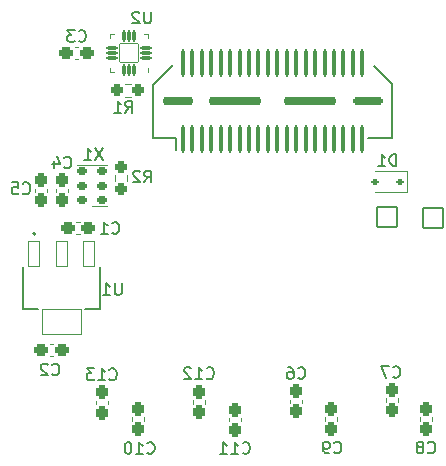
<source format=gbr>
%TF.GenerationSoftware,KiCad,Pcbnew,7.0.1*%
%TF.CreationDate,2023-09-03T17:39:20-04:00*%
%TF.ProjectId,syzygy-breakout-flash-LVL,73797a79-6779-42d6-9272-65616b6f7574,r1.0*%
%TF.SameCoordinates,PX66851e0PY4d70380*%
%TF.FileFunction,Legend,Bot*%
%TF.FilePolarity,Positive*%
%FSLAX46Y46*%
G04 Gerber Fmt 4.6, Leading zero omitted, Abs format (unit mm)*
G04 Created by KiCad (PCBNEW 7.0.1) date 2023-09-03 17:39:20*
%MOMM*%
%LPD*%
G01*
G04 APERTURE LIST*
G04 Aperture macros list*
%AMRoundRect*
0 Rectangle with rounded corners*
0 $1 Rounding radius*
0 $2 $3 $4 $5 $6 $7 $8 $9 X,Y pos of 4 corners*
0 Add a 4 corners polygon primitive as box body*
4,1,4,$2,$3,$4,$5,$6,$7,$8,$9,$2,$3,0*
0 Add four circle primitives for the rounded corners*
1,1,$1+$1,$2,$3*
1,1,$1+$1,$4,$5*
1,1,$1+$1,$6,$7*
1,1,$1+$1,$8,$9*
0 Add four rect primitives between the rounded corners*
20,1,$1+$1,$2,$3,$4,$5,0*
20,1,$1+$1,$4,$5,$6,$7,0*
20,1,$1+$1,$6,$7,$8,$9,0*
20,1,$1+$1,$8,$9,$2,$3,0*%
%AMFreePoly0*
4,1,27,0.394441,0.171933,0.429796,0.157288,0.457288,0.129796,0.471933,0.094441,0.475800,0.075000,0.475800,0.045711,0.471933,0.026270,0.457288,-0.009085,0.446276,-0.025565,0.325565,-0.146276,0.309085,-0.157288,0.273730,-0.171933,0.254289,-0.175800,-0.375000,-0.175800,-0.394441,-0.171933,-0.429796,-0.157288,-0.457288,-0.129796,-0.471933,-0.094441,-0.475800,-0.075000,-0.475800,0.075000,
-0.471933,0.094441,-0.457288,0.129796,-0.429796,0.157288,-0.394441,0.171933,-0.375000,0.175800,0.375000,0.175800,0.394441,0.171933,0.394441,0.171933,$1*%
%AMFreePoly1*
4,1,27,0.273730,0.171933,0.309085,0.157288,0.325565,0.146276,0.446276,0.025565,0.457288,0.009085,0.471933,-0.026270,0.475800,-0.045711,0.475800,-0.075000,0.471933,-0.094441,0.457288,-0.129796,0.429796,-0.157288,0.394441,-0.171933,0.375000,-0.175800,-0.375000,-0.175800,-0.394441,-0.171933,-0.429796,-0.157288,-0.457288,-0.129796,-0.471933,-0.094441,-0.475800,-0.075000,-0.475800,0.075000,
-0.471933,0.094441,-0.457288,0.129796,-0.429796,0.157288,-0.394441,0.171933,-0.375000,0.175800,0.254289,0.175800,0.273730,0.171933,0.273730,0.171933,$1*%
%AMFreePoly2*
4,1,27,0.094441,0.471933,0.129796,0.457288,0.157288,0.429796,0.171933,0.394441,0.175800,0.375000,0.175800,-0.375000,0.171933,-0.394441,0.157288,-0.429796,0.129796,-0.457288,0.094441,-0.471933,0.075000,-0.475800,0.045711,-0.475800,0.026270,-0.471933,-0.009085,-0.457288,-0.025565,-0.446276,-0.146276,-0.325565,-0.157288,-0.309085,-0.171933,-0.273730,-0.175800,-0.254289,-0.175800,0.375000,
-0.171933,0.394441,-0.157288,0.429796,-0.129796,0.457288,-0.094441,0.471933,-0.075000,0.475800,0.075000,0.475800,0.094441,0.471933,0.094441,0.471933,$1*%
%AMFreePoly3*
4,1,27,0.094441,0.471933,0.129796,0.457288,0.157288,0.429796,0.171933,0.394441,0.175800,0.375000,0.175800,-0.254289,0.171933,-0.273730,0.157288,-0.309085,0.146276,-0.325565,0.025565,-0.446276,0.009085,-0.457288,-0.026270,-0.471933,-0.045711,-0.475800,-0.075000,-0.475800,-0.094441,-0.471933,-0.129796,-0.457288,-0.157288,-0.429796,-0.171933,-0.394441,-0.175800,-0.375000,-0.175800,0.375000,
-0.171933,0.394441,-0.157288,0.429796,-0.129796,0.457288,-0.094441,0.471933,-0.075000,0.475800,0.075000,0.475800,0.094441,0.471933,0.094441,0.471933,$1*%
%AMFreePoly4*
4,1,27,0.394441,0.171933,0.429796,0.157288,0.457288,0.129796,0.471933,0.094441,0.475800,0.075000,0.475800,-0.075000,0.471933,-0.094441,0.457288,-0.129796,0.429796,-0.157288,0.394441,-0.171933,0.375000,-0.175800,-0.375000,-0.175800,-0.394441,-0.171933,-0.429796,-0.157288,-0.457288,-0.129796,-0.471933,-0.094441,-0.475800,-0.075000,-0.475800,-0.045711,-0.471933,-0.026271,-0.457288,0.009085,
-0.446276,0.025566,-0.325564,0.146276,-0.309084,0.157288,-0.273730,0.171933,-0.254289,0.175800,0.375000,0.175800,0.394441,0.171933,0.394441,0.171933,$1*%
%AMFreePoly5*
4,1,27,0.394441,0.171933,0.429796,0.157288,0.457288,0.129796,0.471933,0.094441,0.475800,0.075000,0.475800,-0.075000,0.471933,-0.094441,0.457288,-0.129796,0.429796,-0.157288,0.394441,-0.171933,0.375000,-0.175800,-0.254289,-0.175800,-0.273730,-0.171933,-0.309085,-0.157288,-0.325565,-0.146276,-0.446276,-0.025565,-0.457288,-0.009085,-0.471933,0.026270,-0.475800,0.045711,-0.475800,0.075000,
-0.471933,0.094441,-0.457288,0.129796,-0.429796,0.157288,-0.394441,0.171933,-0.375000,0.175800,0.375000,0.175800,0.394441,0.171933,0.394441,0.171933,$1*%
%AMFreePoly6*
4,1,27,-0.026270,0.471933,0.009085,0.457288,0.025565,0.446276,0.146276,0.325565,0.157288,0.309085,0.171933,0.273730,0.175800,0.254289,0.175800,-0.375000,0.171933,-0.394441,0.157288,-0.429796,0.129796,-0.457288,0.094441,-0.471933,0.075000,-0.475800,-0.075000,-0.475800,-0.094441,-0.471933,-0.129796,-0.457288,-0.157288,-0.429796,-0.171933,-0.394441,-0.175800,-0.375000,-0.175800,0.375000,
-0.171933,0.394441,-0.157288,0.429796,-0.129796,0.457288,-0.094441,0.471933,-0.075000,0.475800,-0.045711,0.475800,-0.026270,0.471933,-0.026270,0.471933,$1*%
%AMFreePoly7*
4,1,27,0.094441,0.471933,0.129796,0.457288,0.157288,0.429796,0.171933,0.394441,0.175800,0.375000,0.175800,-0.375000,0.171933,-0.394441,0.157288,-0.429796,0.129796,-0.457288,0.094441,-0.471933,0.075000,-0.475800,-0.075000,-0.475800,-0.094441,-0.471933,-0.129796,-0.457288,-0.157288,-0.429796,-0.171933,-0.394441,-0.175800,-0.375000,-0.175800,0.254289,-0.171933,0.273730,-0.157288,0.309085,
-0.146276,0.325565,-0.025565,0.446276,-0.009085,0.457288,0.026270,0.471933,0.045711,0.475800,0.075000,0.475800,0.094441,0.471933,0.094441,0.471933,$1*%
G04 Aperture macros list end*
%ADD10C,0.150000*%
%ADD11C,0.200000*%
%ADD12C,0.120000*%
%ADD13C,0.127000*%
%ADD14RoundRect,0.050800X-0.850000X-0.850000X0.850000X-0.850000X0.850000X0.850000X-0.850000X0.850000X0*%
%ADD15O,1.801600X1.801600*%
%ADD16RoundRect,0.050800X0.850000X0.850000X-0.850000X0.850000X-0.850000X-0.850000X0.850000X-0.850000X0*%
%ADD17C,6.301600*%
%ADD18C,1.051600*%
%ADD19RoundRect,0.110800X0.090000X1.040000X-0.090000X1.040000X-0.090000X-1.040000X0.090000X-1.040000X0*%
%ADD20RoundRect,0.150800X-1.100000X0.150000X-1.100000X-0.150000X1.100000X-0.150000X1.100000X0.150000X0*%
%ADD21RoundRect,0.150800X-2.075000X0.150000X-2.075000X-0.150000X2.075000X-0.150000X2.075000X0.150000X0*%
%ADD22RoundRect,0.150800X-1.150000X0.150000X-1.150000X-0.150000X1.150000X-0.150000X1.150000X0.150000X0*%
%ADD23RoundRect,0.288300X0.237500X-0.300000X0.237500X0.300000X-0.237500X0.300000X-0.237500X-0.300000X0*%
%ADD24RoundRect,0.288300X-0.237500X0.300000X-0.237500X-0.300000X0.237500X-0.300000X0.237500X0.300000X0*%
%ADD25RoundRect,0.288300X-0.250000X-0.237500X0.250000X-0.237500X0.250000X0.237500X-0.250000X0.237500X0*%
%ADD26RoundRect,0.163300X0.187500X0.112500X-0.187500X0.112500X-0.187500X-0.112500X0.187500X-0.112500X0*%
%ADD27RoundRect,0.288300X-0.300000X-0.237500X0.300000X-0.237500X0.300000X0.237500X-0.300000X0.237500X0*%
%ADD28RoundRect,0.200800X-0.250000X-0.150000X0.250000X-0.150000X0.250000X0.150000X-0.250000X0.150000X0*%
%ADD29RoundRect,0.288300X0.300000X0.237500X-0.300000X0.237500X-0.300000X-0.237500X0.300000X-0.237500X0*%
%ADD30RoundRect,0.050800X-0.475000X-1.075000X0.475000X-1.075000X0.475000X1.075000X-0.475000X1.075000X0*%
%ADD31RoundRect,0.050800X-1.625000X-1.075000X1.625000X-1.075000X1.625000X1.075000X-1.625000X1.075000X0*%
%ADD32RoundRect,0.288300X0.237500X-0.250000X0.237500X0.250000X-0.237500X0.250000X-0.237500X-0.250000X0*%
%ADD33FreePoly0,90.000000*%
%ADD34RoundRect,0.113300X0.062500X-0.362500X0.062500X0.362500X-0.062500X0.362500X-0.062500X-0.362500X0*%
%ADD35FreePoly1,90.000000*%
%ADD36FreePoly2,90.000000*%
%ADD37RoundRect,0.113300X0.362500X-0.062500X0.362500X0.062500X-0.362500X0.062500X-0.362500X-0.062500X0*%
%ADD38FreePoly3,90.000000*%
%ADD39FreePoly4,90.000000*%
%ADD40FreePoly5,90.000000*%
%ADD41FreePoly6,90.000000*%
%ADD42FreePoly7,90.000000*%
%ADD43RoundRect,0.050800X0.800000X-0.800000X0.800000X0.800000X-0.800000X0.800000X-0.800000X-0.800000X0*%
G04 APERTURE END LIST*
D10*
X1327866Y-17058980D02*
X1375485Y-17106600D01*
X1375485Y-17106600D02*
X1518342Y-17154219D01*
X1518342Y-17154219D02*
X1613580Y-17154219D01*
X1613580Y-17154219D02*
X1756437Y-17106600D01*
X1756437Y-17106600D02*
X1851675Y-17011361D01*
X1851675Y-17011361D02*
X1899294Y-16916123D01*
X1899294Y-16916123D02*
X1946913Y-16725647D01*
X1946913Y-16725647D02*
X1946913Y-16582790D01*
X1946913Y-16582790D02*
X1899294Y-16392314D01*
X1899294Y-16392314D02*
X1851675Y-16297076D01*
X1851675Y-16297076D02*
X1756437Y-16201838D01*
X1756437Y-16201838D02*
X1613580Y-16154219D01*
X1613580Y-16154219D02*
X1518342Y-16154219D01*
X1518342Y-16154219D02*
X1375485Y-16201838D01*
X1375485Y-16201838D02*
X1327866Y-16249457D01*
X423104Y-16154219D02*
X899294Y-16154219D01*
X899294Y-16154219D02*
X946913Y-16630409D01*
X946913Y-16630409D02*
X899294Y-16582790D01*
X899294Y-16582790D02*
X804056Y-16535171D01*
X804056Y-16535171D02*
X565961Y-16535171D01*
X565961Y-16535171D02*
X470723Y-16582790D01*
X470723Y-16582790D02*
X423104Y-16630409D01*
X423104Y-16630409D02*
X375485Y-16725647D01*
X375485Y-16725647D02*
X375485Y-16963742D01*
X375485Y-16963742D02*
X423104Y-17058980D01*
X423104Y-17058980D02*
X470723Y-17106600D01*
X470723Y-17106600D02*
X565961Y-17154219D01*
X565961Y-17154219D02*
X804056Y-17154219D01*
X804056Y-17154219D02*
X899294Y-17106600D01*
X899294Y-17106600D02*
X946913Y-17058980D01*
X16894457Y-32716580D02*
X16942076Y-32764200D01*
X16942076Y-32764200D02*
X17084933Y-32811819D01*
X17084933Y-32811819D02*
X17180171Y-32811819D01*
X17180171Y-32811819D02*
X17323028Y-32764200D01*
X17323028Y-32764200D02*
X17418266Y-32668961D01*
X17418266Y-32668961D02*
X17465885Y-32573723D01*
X17465885Y-32573723D02*
X17513504Y-32383247D01*
X17513504Y-32383247D02*
X17513504Y-32240390D01*
X17513504Y-32240390D02*
X17465885Y-32049914D01*
X17465885Y-32049914D02*
X17418266Y-31954676D01*
X17418266Y-31954676D02*
X17323028Y-31859438D01*
X17323028Y-31859438D02*
X17180171Y-31811819D01*
X17180171Y-31811819D02*
X17084933Y-31811819D01*
X17084933Y-31811819D02*
X16942076Y-31859438D01*
X16942076Y-31859438D02*
X16894457Y-31907057D01*
X15942076Y-32811819D02*
X16513504Y-32811819D01*
X16227790Y-32811819D02*
X16227790Y-31811819D01*
X16227790Y-31811819D02*
X16323028Y-31954676D01*
X16323028Y-31954676D02*
X16418266Y-32049914D01*
X16418266Y-32049914D02*
X16513504Y-32097533D01*
X15561123Y-31907057D02*
X15513504Y-31859438D01*
X15513504Y-31859438D02*
X15418266Y-31811819D01*
X15418266Y-31811819D02*
X15180171Y-31811819D01*
X15180171Y-31811819D02*
X15084933Y-31859438D01*
X15084933Y-31859438D02*
X15037314Y-31907057D01*
X15037314Y-31907057D02*
X14989695Y-32002295D01*
X14989695Y-32002295D02*
X14989695Y-32097533D01*
X14989695Y-32097533D02*
X15037314Y-32240390D01*
X15037314Y-32240390D02*
X15608742Y-32811819D01*
X15608742Y-32811819D02*
X14989695Y-32811819D01*
X10014666Y-10256619D02*
X10347999Y-9780428D01*
X10586094Y-10256619D02*
X10586094Y-9256619D01*
X10586094Y-9256619D02*
X10205142Y-9256619D01*
X10205142Y-9256619D02*
X10109904Y-9304238D01*
X10109904Y-9304238D02*
X10062285Y-9351857D01*
X10062285Y-9351857D02*
X10014666Y-9447095D01*
X10014666Y-9447095D02*
X10014666Y-9589952D01*
X10014666Y-9589952D02*
X10062285Y-9685190D01*
X10062285Y-9685190D02*
X10109904Y-9732809D01*
X10109904Y-9732809D02*
X10205142Y-9780428D01*
X10205142Y-9780428D02*
X10586094Y-9780428D01*
X9062285Y-10256619D02*
X9633713Y-10256619D01*
X9347999Y-10256619D02*
X9347999Y-9256619D01*
X9347999Y-9256619D02*
X9443237Y-9399476D01*
X9443237Y-9399476D02*
X9538475Y-9494714D01*
X9538475Y-9494714D02*
X9633713Y-9542333D01*
X32938094Y-14766619D02*
X32938094Y-13766619D01*
X32938094Y-13766619D02*
X32699999Y-13766619D01*
X32699999Y-13766619D02*
X32557142Y-13814238D01*
X32557142Y-13814238D02*
X32461904Y-13909476D01*
X32461904Y-13909476D02*
X32414285Y-14004714D01*
X32414285Y-14004714D02*
X32366666Y-14195190D01*
X32366666Y-14195190D02*
X32366666Y-14338047D01*
X32366666Y-14338047D02*
X32414285Y-14528523D01*
X32414285Y-14528523D02*
X32461904Y-14623761D01*
X32461904Y-14623761D02*
X32557142Y-14719000D01*
X32557142Y-14719000D02*
X32699999Y-14766619D01*
X32699999Y-14766619D02*
X32938094Y-14766619D01*
X31414285Y-14766619D02*
X31985713Y-14766619D01*
X31699999Y-14766619D02*
X31699999Y-13766619D01*
X31699999Y-13766619D02*
X31795237Y-13909476D01*
X31795237Y-13909476D02*
X31890475Y-14004714D01*
X31890475Y-14004714D02*
X31985713Y-14052333D01*
X8897066Y-20411780D02*
X8944685Y-20459400D01*
X8944685Y-20459400D02*
X9087542Y-20507019D01*
X9087542Y-20507019D02*
X9182780Y-20507019D01*
X9182780Y-20507019D02*
X9325637Y-20459400D01*
X9325637Y-20459400D02*
X9420875Y-20364161D01*
X9420875Y-20364161D02*
X9468494Y-20268923D01*
X9468494Y-20268923D02*
X9516113Y-20078447D01*
X9516113Y-20078447D02*
X9516113Y-19935590D01*
X9516113Y-19935590D02*
X9468494Y-19745114D01*
X9468494Y-19745114D02*
X9420875Y-19649876D01*
X9420875Y-19649876D02*
X9325637Y-19554638D01*
X9325637Y-19554638D02*
X9182780Y-19507019D01*
X9182780Y-19507019D02*
X9087542Y-19507019D01*
X9087542Y-19507019D02*
X8944685Y-19554638D01*
X8944685Y-19554638D02*
X8897066Y-19602257D01*
X7944685Y-20507019D02*
X8516113Y-20507019D01*
X8230399Y-20507019D02*
X8230399Y-19507019D01*
X8230399Y-19507019D02*
X8325637Y-19649876D01*
X8325637Y-19649876D02*
X8420875Y-19745114D01*
X8420875Y-19745114D02*
X8516113Y-19792733D01*
X4833066Y-14874580D02*
X4880685Y-14922200D01*
X4880685Y-14922200D02*
X5023542Y-14969819D01*
X5023542Y-14969819D02*
X5118780Y-14969819D01*
X5118780Y-14969819D02*
X5261637Y-14922200D01*
X5261637Y-14922200D02*
X5356875Y-14826961D01*
X5356875Y-14826961D02*
X5404494Y-14731723D01*
X5404494Y-14731723D02*
X5452113Y-14541247D01*
X5452113Y-14541247D02*
X5452113Y-14398390D01*
X5452113Y-14398390D02*
X5404494Y-14207914D01*
X5404494Y-14207914D02*
X5356875Y-14112676D01*
X5356875Y-14112676D02*
X5261637Y-14017438D01*
X5261637Y-14017438D02*
X5118780Y-13969819D01*
X5118780Y-13969819D02*
X5023542Y-13969819D01*
X5023542Y-13969819D02*
X4880685Y-14017438D01*
X4880685Y-14017438D02*
X4833066Y-14065057D01*
X3975923Y-14303152D02*
X3975923Y-14969819D01*
X4214018Y-13922200D02*
X4452113Y-14636485D01*
X4452113Y-14636485D02*
X3833066Y-14636485D01*
X8120323Y-13284019D02*
X7453657Y-14284019D01*
X7453657Y-13284019D02*
X8120323Y-14284019D01*
X6548895Y-14284019D02*
X7120323Y-14284019D01*
X6834609Y-14284019D02*
X6834609Y-13284019D01*
X6834609Y-13284019D02*
X6929847Y-13426876D01*
X6929847Y-13426876D02*
X7025085Y-13522114D01*
X7025085Y-13522114D02*
X7120323Y-13569733D01*
X27693066Y-39004580D02*
X27740685Y-39052200D01*
X27740685Y-39052200D02*
X27883542Y-39099819D01*
X27883542Y-39099819D02*
X27978780Y-39099819D01*
X27978780Y-39099819D02*
X28121637Y-39052200D01*
X28121637Y-39052200D02*
X28216875Y-38956961D01*
X28216875Y-38956961D02*
X28264494Y-38861723D01*
X28264494Y-38861723D02*
X28312113Y-38671247D01*
X28312113Y-38671247D02*
X28312113Y-38528390D01*
X28312113Y-38528390D02*
X28264494Y-38337914D01*
X28264494Y-38337914D02*
X28216875Y-38242676D01*
X28216875Y-38242676D02*
X28121637Y-38147438D01*
X28121637Y-38147438D02*
X27978780Y-38099819D01*
X27978780Y-38099819D02*
X27883542Y-38099819D01*
X27883542Y-38099819D02*
X27740685Y-38147438D01*
X27740685Y-38147438D02*
X27693066Y-38195057D01*
X27216875Y-39099819D02*
X27026399Y-39099819D01*
X27026399Y-39099819D02*
X26931161Y-39052200D01*
X26931161Y-39052200D02*
X26883542Y-39004580D01*
X26883542Y-39004580D02*
X26788304Y-38861723D01*
X26788304Y-38861723D02*
X26740685Y-38671247D01*
X26740685Y-38671247D02*
X26740685Y-38290295D01*
X26740685Y-38290295D02*
X26788304Y-38195057D01*
X26788304Y-38195057D02*
X26835923Y-38147438D01*
X26835923Y-38147438D02*
X26931161Y-38099819D01*
X26931161Y-38099819D02*
X27121637Y-38099819D01*
X27121637Y-38099819D02*
X27216875Y-38147438D01*
X27216875Y-38147438D02*
X27264494Y-38195057D01*
X27264494Y-38195057D02*
X27312113Y-38290295D01*
X27312113Y-38290295D02*
X27312113Y-38528390D01*
X27312113Y-38528390D02*
X27264494Y-38623628D01*
X27264494Y-38623628D02*
X27216875Y-38671247D01*
X27216875Y-38671247D02*
X27121637Y-38718866D01*
X27121637Y-38718866D02*
X26931161Y-38718866D01*
X26931161Y-38718866D02*
X26835923Y-38671247D01*
X26835923Y-38671247D02*
X26788304Y-38623628D01*
X26788304Y-38623628D02*
X26740685Y-38528390D01*
X24645066Y-32705380D02*
X24692685Y-32753000D01*
X24692685Y-32753000D02*
X24835542Y-32800619D01*
X24835542Y-32800619D02*
X24930780Y-32800619D01*
X24930780Y-32800619D02*
X25073637Y-32753000D01*
X25073637Y-32753000D02*
X25168875Y-32657761D01*
X25168875Y-32657761D02*
X25216494Y-32562523D01*
X25216494Y-32562523D02*
X25264113Y-32372047D01*
X25264113Y-32372047D02*
X25264113Y-32229190D01*
X25264113Y-32229190D02*
X25216494Y-32038714D01*
X25216494Y-32038714D02*
X25168875Y-31943476D01*
X25168875Y-31943476D02*
X25073637Y-31848238D01*
X25073637Y-31848238D02*
X24930780Y-31800619D01*
X24930780Y-31800619D02*
X24835542Y-31800619D01*
X24835542Y-31800619D02*
X24692685Y-31848238D01*
X24692685Y-31848238D02*
X24645066Y-31895857D01*
X23787923Y-31800619D02*
X23978399Y-31800619D01*
X23978399Y-31800619D02*
X24073637Y-31848238D01*
X24073637Y-31848238D02*
X24121256Y-31895857D01*
X24121256Y-31895857D02*
X24216494Y-32038714D01*
X24216494Y-32038714D02*
X24264113Y-32229190D01*
X24264113Y-32229190D02*
X24264113Y-32610142D01*
X24264113Y-32610142D02*
X24216494Y-32705380D01*
X24216494Y-32705380D02*
X24168875Y-32753000D01*
X24168875Y-32753000D02*
X24073637Y-32800619D01*
X24073637Y-32800619D02*
X23883161Y-32800619D01*
X23883161Y-32800619D02*
X23787923Y-32753000D01*
X23787923Y-32753000D02*
X23740304Y-32705380D01*
X23740304Y-32705380D02*
X23692685Y-32610142D01*
X23692685Y-32610142D02*
X23692685Y-32372047D01*
X23692685Y-32372047D02*
X23740304Y-32276809D01*
X23740304Y-32276809D02*
X23787923Y-32229190D01*
X23787923Y-32229190D02*
X23883161Y-32181571D01*
X23883161Y-32181571D02*
X24073637Y-32181571D01*
X24073637Y-32181571D02*
X24168875Y-32229190D01*
X24168875Y-32229190D02*
X24216494Y-32276809D01*
X24216494Y-32276809D02*
X24264113Y-32372047D01*
X35617866Y-39005680D02*
X35665485Y-39053300D01*
X35665485Y-39053300D02*
X35808342Y-39100919D01*
X35808342Y-39100919D02*
X35903580Y-39100919D01*
X35903580Y-39100919D02*
X36046437Y-39053300D01*
X36046437Y-39053300D02*
X36141675Y-38958061D01*
X36141675Y-38958061D02*
X36189294Y-38862823D01*
X36189294Y-38862823D02*
X36236913Y-38672347D01*
X36236913Y-38672347D02*
X36236913Y-38529490D01*
X36236913Y-38529490D02*
X36189294Y-38339014D01*
X36189294Y-38339014D02*
X36141675Y-38243776D01*
X36141675Y-38243776D02*
X36046437Y-38148538D01*
X36046437Y-38148538D02*
X35903580Y-38100919D01*
X35903580Y-38100919D02*
X35808342Y-38100919D01*
X35808342Y-38100919D02*
X35665485Y-38148538D01*
X35665485Y-38148538D02*
X35617866Y-38196157D01*
X35046437Y-38529490D02*
X35141675Y-38481871D01*
X35141675Y-38481871D02*
X35189294Y-38434252D01*
X35189294Y-38434252D02*
X35236913Y-38339014D01*
X35236913Y-38339014D02*
X35236913Y-38291395D01*
X35236913Y-38291395D02*
X35189294Y-38196157D01*
X35189294Y-38196157D02*
X35141675Y-38148538D01*
X35141675Y-38148538D02*
X35046437Y-38100919D01*
X35046437Y-38100919D02*
X34855961Y-38100919D01*
X34855961Y-38100919D02*
X34760723Y-38148538D01*
X34760723Y-38148538D02*
X34713104Y-38196157D01*
X34713104Y-38196157D02*
X34665485Y-38291395D01*
X34665485Y-38291395D02*
X34665485Y-38339014D01*
X34665485Y-38339014D02*
X34713104Y-38434252D01*
X34713104Y-38434252D02*
X34760723Y-38481871D01*
X34760723Y-38481871D02*
X34855961Y-38529490D01*
X34855961Y-38529490D02*
X35046437Y-38529490D01*
X35046437Y-38529490D02*
X35141675Y-38577109D01*
X35141675Y-38577109D02*
X35189294Y-38624728D01*
X35189294Y-38624728D02*
X35236913Y-38719966D01*
X35236913Y-38719966D02*
X35236913Y-38910442D01*
X35236913Y-38910442D02*
X35189294Y-39005680D01*
X35189294Y-39005680D02*
X35141675Y-39053300D01*
X35141675Y-39053300D02*
X35046437Y-39100919D01*
X35046437Y-39100919D02*
X34855961Y-39100919D01*
X34855961Y-39100919D02*
X34760723Y-39053300D01*
X34760723Y-39053300D02*
X34713104Y-39005680D01*
X34713104Y-39005680D02*
X34665485Y-38910442D01*
X34665485Y-38910442D02*
X34665485Y-38719966D01*
X34665485Y-38719966D02*
X34713104Y-38624728D01*
X34713104Y-38624728D02*
X34760723Y-38577109D01*
X34760723Y-38577109D02*
X34855961Y-38529490D01*
X11862457Y-39055380D02*
X11910076Y-39103000D01*
X11910076Y-39103000D02*
X12052933Y-39150619D01*
X12052933Y-39150619D02*
X12148171Y-39150619D01*
X12148171Y-39150619D02*
X12291028Y-39103000D01*
X12291028Y-39103000D02*
X12386266Y-39007761D01*
X12386266Y-39007761D02*
X12433885Y-38912523D01*
X12433885Y-38912523D02*
X12481504Y-38722047D01*
X12481504Y-38722047D02*
X12481504Y-38579190D01*
X12481504Y-38579190D02*
X12433885Y-38388714D01*
X12433885Y-38388714D02*
X12386266Y-38293476D01*
X12386266Y-38293476D02*
X12291028Y-38198238D01*
X12291028Y-38198238D02*
X12148171Y-38150619D01*
X12148171Y-38150619D02*
X12052933Y-38150619D01*
X12052933Y-38150619D02*
X11910076Y-38198238D01*
X11910076Y-38198238D02*
X11862457Y-38245857D01*
X10910076Y-39150619D02*
X11481504Y-39150619D01*
X11195790Y-39150619D02*
X11195790Y-38150619D01*
X11195790Y-38150619D02*
X11291028Y-38293476D01*
X11291028Y-38293476D02*
X11386266Y-38388714D01*
X11386266Y-38388714D02*
X11481504Y-38436333D01*
X10291028Y-38150619D02*
X10195790Y-38150619D01*
X10195790Y-38150619D02*
X10100552Y-38198238D01*
X10100552Y-38198238D02*
X10052933Y-38245857D01*
X10052933Y-38245857D02*
X10005314Y-38341095D01*
X10005314Y-38341095D02*
X9957695Y-38531571D01*
X9957695Y-38531571D02*
X9957695Y-38769666D01*
X9957695Y-38769666D02*
X10005314Y-38960142D01*
X10005314Y-38960142D02*
X10052933Y-39055380D01*
X10052933Y-39055380D02*
X10100552Y-39103000D01*
X10100552Y-39103000D02*
X10195790Y-39150619D01*
X10195790Y-39150619D02*
X10291028Y-39150619D01*
X10291028Y-39150619D02*
X10386266Y-39103000D01*
X10386266Y-39103000D02*
X10433885Y-39055380D01*
X10433885Y-39055380D02*
X10481504Y-38960142D01*
X10481504Y-38960142D02*
X10529123Y-38769666D01*
X10529123Y-38769666D02*
X10529123Y-38531571D01*
X10529123Y-38531571D02*
X10481504Y-38341095D01*
X10481504Y-38341095D02*
X10433885Y-38245857D01*
X10433885Y-38245857D02*
X10386266Y-38198238D01*
X10386266Y-38198238D02*
X10291028Y-38150619D01*
X3817066Y-32400580D02*
X3864685Y-32448200D01*
X3864685Y-32448200D02*
X4007542Y-32495819D01*
X4007542Y-32495819D02*
X4102780Y-32495819D01*
X4102780Y-32495819D02*
X4245637Y-32448200D01*
X4245637Y-32448200D02*
X4340875Y-32352961D01*
X4340875Y-32352961D02*
X4388494Y-32257723D01*
X4388494Y-32257723D02*
X4436113Y-32067247D01*
X4436113Y-32067247D02*
X4436113Y-31924390D01*
X4436113Y-31924390D02*
X4388494Y-31733914D01*
X4388494Y-31733914D02*
X4340875Y-31638676D01*
X4340875Y-31638676D02*
X4245637Y-31543438D01*
X4245637Y-31543438D02*
X4102780Y-31495819D01*
X4102780Y-31495819D02*
X4007542Y-31495819D01*
X4007542Y-31495819D02*
X3864685Y-31543438D01*
X3864685Y-31543438D02*
X3817066Y-31591057D01*
X3436113Y-31591057D02*
X3388494Y-31543438D01*
X3388494Y-31543438D02*
X3293256Y-31495819D01*
X3293256Y-31495819D02*
X3055161Y-31495819D01*
X3055161Y-31495819D02*
X2959923Y-31543438D01*
X2959923Y-31543438D02*
X2912304Y-31591057D01*
X2912304Y-31591057D02*
X2864685Y-31686295D01*
X2864685Y-31686295D02*
X2864685Y-31781533D01*
X2864685Y-31781533D02*
X2912304Y-31924390D01*
X2912304Y-31924390D02*
X3483732Y-32495819D01*
X3483732Y-32495819D02*
X2864685Y-32495819D01*
X6050266Y-4170780D02*
X6097885Y-4218400D01*
X6097885Y-4218400D02*
X6240742Y-4266019D01*
X6240742Y-4266019D02*
X6335980Y-4266019D01*
X6335980Y-4266019D02*
X6478837Y-4218400D01*
X6478837Y-4218400D02*
X6574075Y-4123161D01*
X6574075Y-4123161D02*
X6621694Y-4027923D01*
X6621694Y-4027923D02*
X6669313Y-3837447D01*
X6669313Y-3837447D02*
X6669313Y-3694590D01*
X6669313Y-3694590D02*
X6621694Y-3504114D01*
X6621694Y-3504114D02*
X6574075Y-3408876D01*
X6574075Y-3408876D02*
X6478837Y-3313638D01*
X6478837Y-3313638D02*
X6335980Y-3266019D01*
X6335980Y-3266019D02*
X6240742Y-3266019D01*
X6240742Y-3266019D02*
X6097885Y-3313638D01*
X6097885Y-3313638D02*
X6050266Y-3361257D01*
X5716932Y-3266019D02*
X5097885Y-3266019D01*
X5097885Y-3266019D02*
X5431218Y-3646971D01*
X5431218Y-3646971D02*
X5288361Y-3646971D01*
X5288361Y-3646971D02*
X5193123Y-3694590D01*
X5193123Y-3694590D02*
X5145504Y-3742209D01*
X5145504Y-3742209D02*
X5097885Y-3837447D01*
X5097885Y-3837447D02*
X5097885Y-4075542D01*
X5097885Y-4075542D02*
X5145504Y-4170780D01*
X5145504Y-4170780D02*
X5193123Y-4218400D01*
X5193123Y-4218400D02*
X5288361Y-4266019D01*
X5288361Y-4266019D02*
X5574075Y-4266019D01*
X5574075Y-4266019D02*
X5669313Y-4218400D01*
X5669313Y-4218400D02*
X5716932Y-4170780D01*
X9695504Y-24688619D02*
X9695504Y-25498142D01*
X9695504Y-25498142D02*
X9647885Y-25593380D01*
X9647885Y-25593380D02*
X9600266Y-25641000D01*
X9600266Y-25641000D02*
X9505028Y-25688619D01*
X9505028Y-25688619D02*
X9314552Y-25688619D01*
X9314552Y-25688619D02*
X9219314Y-25641000D01*
X9219314Y-25641000D02*
X9171695Y-25593380D01*
X9171695Y-25593380D02*
X9124076Y-25498142D01*
X9124076Y-25498142D02*
X9124076Y-24688619D01*
X8124076Y-25688619D02*
X8695504Y-25688619D01*
X8409790Y-25688619D02*
X8409790Y-24688619D01*
X8409790Y-24688619D02*
X8505028Y-24831476D01*
X8505028Y-24831476D02*
X8600266Y-24926714D01*
X8600266Y-24926714D02*
X8695504Y-24974333D01*
X19939657Y-39055380D02*
X19987276Y-39103000D01*
X19987276Y-39103000D02*
X20130133Y-39150619D01*
X20130133Y-39150619D02*
X20225371Y-39150619D01*
X20225371Y-39150619D02*
X20368228Y-39103000D01*
X20368228Y-39103000D02*
X20463466Y-39007761D01*
X20463466Y-39007761D02*
X20511085Y-38912523D01*
X20511085Y-38912523D02*
X20558704Y-38722047D01*
X20558704Y-38722047D02*
X20558704Y-38579190D01*
X20558704Y-38579190D02*
X20511085Y-38388714D01*
X20511085Y-38388714D02*
X20463466Y-38293476D01*
X20463466Y-38293476D02*
X20368228Y-38198238D01*
X20368228Y-38198238D02*
X20225371Y-38150619D01*
X20225371Y-38150619D02*
X20130133Y-38150619D01*
X20130133Y-38150619D02*
X19987276Y-38198238D01*
X19987276Y-38198238D02*
X19939657Y-38245857D01*
X18987276Y-39150619D02*
X19558704Y-39150619D01*
X19272990Y-39150619D02*
X19272990Y-38150619D01*
X19272990Y-38150619D02*
X19368228Y-38293476D01*
X19368228Y-38293476D02*
X19463466Y-38388714D01*
X19463466Y-38388714D02*
X19558704Y-38436333D01*
X18034895Y-39150619D02*
X18606323Y-39150619D01*
X18320609Y-39150619D02*
X18320609Y-38150619D01*
X18320609Y-38150619D02*
X18415847Y-38293476D01*
X18415847Y-38293476D02*
X18511085Y-38388714D01*
X18511085Y-38388714D02*
X18606323Y-38436333D01*
X8662057Y-32806980D02*
X8709676Y-32854600D01*
X8709676Y-32854600D02*
X8852533Y-32902219D01*
X8852533Y-32902219D02*
X8947771Y-32902219D01*
X8947771Y-32902219D02*
X9090628Y-32854600D01*
X9090628Y-32854600D02*
X9185866Y-32759361D01*
X9185866Y-32759361D02*
X9233485Y-32664123D01*
X9233485Y-32664123D02*
X9281104Y-32473647D01*
X9281104Y-32473647D02*
X9281104Y-32330790D01*
X9281104Y-32330790D02*
X9233485Y-32140314D01*
X9233485Y-32140314D02*
X9185866Y-32045076D01*
X9185866Y-32045076D02*
X9090628Y-31949838D01*
X9090628Y-31949838D02*
X8947771Y-31902219D01*
X8947771Y-31902219D02*
X8852533Y-31902219D01*
X8852533Y-31902219D02*
X8709676Y-31949838D01*
X8709676Y-31949838D02*
X8662057Y-31997457D01*
X7709676Y-32902219D02*
X8281104Y-32902219D01*
X7995390Y-32902219D02*
X7995390Y-31902219D01*
X7995390Y-31902219D02*
X8090628Y-32045076D01*
X8090628Y-32045076D02*
X8185866Y-32140314D01*
X8185866Y-32140314D02*
X8281104Y-32187933D01*
X7376342Y-31902219D02*
X6757295Y-31902219D01*
X6757295Y-31902219D02*
X7090628Y-32283171D01*
X7090628Y-32283171D02*
X6947771Y-32283171D01*
X6947771Y-32283171D02*
X6852533Y-32330790D01*
X6852533Y-32330790D02*
X6804914Y-32378409D01*
X6804914Y-32378409D02*
X6757295Y-32473647D01*
X6757295Y-32473647D02*
X6757295Y-32711742D01*
X6757295Y-32711742D02*
X6804914Y-32806980D01*
X6804914Y-32806980D02*
X6852533Y-32854600D01*
X6852533Y-32854600D02*
X6947771Y-32902219D01*
X6947771Y-32902219D02*
X7233485Y-32902219D01*
X7233485Y-32902219D02*
X7328723Y-32854600D01*
X7328723Y-32854600D02*
X7376342Y-32806980D01*
X11617637Y-16159819D02*
X11950970Y-15683628D01*
X12189065Y-16159819D02*
X12189065Y-15159819D01*
X12189065Y-15159819D02*
X11808113Y-15159819D01*
X11808113Y-15159819D02*
X11712875Y-15207438D01*
X11712875Y-15207438D02*
X11665256Y-15255057D01*
X11665256Y-15255057D02*
X11617637Y-15350295D01*
X11617637Y-15350295D02*
X11617637Y-15493152D01*
X11617637Y-15493152D02*
X11665256Y-15588390D01*
X11665256Y-15588390D02*
X11712875Y-15636009D01*
X11712875Y-15636009D02*
X11808113Y-15683628D01*
X11808113Y-15683628D02*
X12189065Y-15683628D01*
X11236684Y-15255057D02*
X11189065Y-15207438D01*
X11189065Y-15207438D02*
X11093827Y-15159819D01*
X11093827Y-15159819D02*
X10855732Y-15159819D01*
X10855732Y-15159819D02*
X10760494Y-15207438D01*
X10760494Y-15207438D02*
X10712875Y-15255057D01*
X10712875Y-15255057D02*
X10665256Y-15350295D01*
X10665256Y-15350295D02*
X10665256Y-15445533D01*
X10665256Y-15445533D02*
X10712875Y-15588390D01*
X10712875Y-15588390D02*
X11284303Y-16159819D01*
X11284303Y-16159819D02*
X10665256Y-16159819D01*
X12187504Y-1687419D02*
X12187504Y-2496942D01*
X12187504Y-2496942D02*
X12139885Y-2592180D01*
X12139885Y-2592180D02*
X12092266Y-2639800D01*
X12092266Y-2639800D02*
X11997028Y-2687419D01*
X11997028Y-2687419D02*
X11806552Y-2687419D01*
X11806552Y-2687419D02*
X11711314Y-2639800D01*
X11711314Y-2639800D02*
X11663695Y-2592180D01*
X11663695Y-2592180D02*
X11616076Y-2496942D01*
X11616076Y-2496942D02*
X11616076Y-1687419D01*
X11187504Y-1782657D02*
X11139885Y-1735038D01*
X11139885Y-1735038D02*
X11044647Y-1687419D01*
X11044647Y-1687419D02*
X10806552Y-1687419D01*
X10806552Y-1687419D02*
X10711314Y-1735038D01*
X10711314Y-1735038D02*
X10663695Y-1782657D01*
X10663695Y-1782657D02*
X10616076Y-1877895D01*
X10616076Y-1877895D02*
X10616076Y-1973133D01*
X10616076Y-1973133D02*
X10663695Y-2115990D01*
X10663695Y-2115990D02*
X11235123Y-2687419D01*
X11235123Y-2687419D02*
X10616076Y-2687419D01*
X32674266Y-32614980D02*
X32721885Y-32662600D01*
X32721885Y-32662600D02*
X32864742Y-32710219D01*
X32864742Y-32710219D02*
X32959980Y-32710219D01*
X32959980Y-32710219D02*
X33102837Y-32662600D01*
X33102837Y-32662600D02*
X33198075Y-32567361D01*
X33198075Y-32567361D02*
X33245694Y-32472123D01*
X33245694Y-32472123D02*
X33293313Y-32281647D01*
X33293313Y-32281647D02*
X33293313Y-32138790D01*
X33293313Y-32138790D02*
X33245694Y-31948314D01*
X33245694Y-31948314D02*
X33198075Y-31853076D01*
X33198075Y-31853076D02*
X33102837Y-31757838D01*
X33102837Y-31757838D02*
X32959980Y-31710219D01*
X32959980Y-31710219D02*
X32864742Y-31710219D01*
X32864742Y-31710219D02*
X32721885Y-31757838D01*
X32721885Y-31757838D02*
X32674266Y-31805457D01*
X32340932Y-31710219D02*
X31674266Y-31710219D01*
X31674266Y-31710219D02*
X32102837Y-32710219D01*
D11*
X32582000Y-12386000D02*
X30582000Y-12386000D01*
X32582000Y-7786000D02*
X32582000Y-12286000D01*
X31082000Y-6286000D02*
X32582000Y-7786000D01*
X14282000Y-13386000D02*
X14282000Y-12386000D01*
X14282000Y-12386000D02*
X12382000Y-12386000D01*
X12382000Y-12386000D02*
X12382000Y-7886000D01*
X12382000Y-7886000D02*
X14082000Y-6186000D01*
D12*
X2375200Y-16970167D02*
X2375200Y-16677633D01*
X3395200Y-16970167D02*
X3395200Y-16677633D01*
X16761600Y-34589433D02*
X16761600Y-34881967D01*
X15741600Y-34589433D02*
X15741600Y-34881967D01*
X9950776Y-7849300D02*
X10460224Y-7849300D01*
X9950776Y-8894300D02*
X10460224Y-8894300D01*
X33844000Y-16932000D02*
X31184000Y-16932000D01*
X33844000Y-15232000D02*
X33844000Y-16932000D01*
X33844000Y-15232000D02*
X31184000Y-15232000D01*
X5840933Y-19483600D02*
X6133467Y-19483600D01*
X5840933Y-20503600D02*
X6133467Y-20503600D01*
X4152100Y-16965967D02*
X4152100Y-16673433D01*
X5172100Y-16965967D02*
X5172100Y-16673433D01*
X5935100Y-14722200D02*
X8435100Y-14722200D01*
X7185100Y-18142200D02*
X8435100Y-18142200D01*
X26914800Y-36343967D02*
X26914800Y-36051433D01*
X27934800Y-36343967D02*
X27934800Y-36051433D01*
X24991200Y-34540833D02*
X24991200Y-34833367D01*
X23971200Y-34540833D02*
X23971200Y-34833367D01*
X34941200Y-36345067D02*
X34941200Y-36052533D01*
X35961200Y-36345067D02*
X35961200Y-36052533D01*
X10608000Y-36343967D02*
X10608000Y-36051433D01*
X11628000Y-36343967D02*
X11628000Y-36051433D01*
X3899367Y-30866800D02*
X3606833Y-30866800D01*
X3899367Y-29846800D02*
X3606833Y-29846800D01*
X6033767Y-5685000D02*
X5741233Y-5685000D01*
X6033767Y-4665000D02*
X5741233Y-4665000D01*
D13*
X7865600Y-23344600D02*
X7865600Y-26844600D01*
X1365600Y-23344600D02*
X1365600Y-26844600D01*
X7865600Y-26844600D02*
X6625600Y-26844600D01*
X1365600Y-26844600D02*
X2605600Y-26844600D01*
D11*
X2415600Y-20494600D02*
G75*
G03*
X2415600Y-20494600I-100000J0D01*
G01*
D12*
X18786800Y-36395867D02*
X18786800Y-36103333D01*
X19806800Y-36395867D02*
X19806800Y-36103333D01*
X8532000Y-34642433D02*
X8532000Y-34934967D01*
X7512000Y-34642433D02*
X7512000Y-34934967D01*
X9136200Y-16055424D02*
X9136200Y-15545976D01*
X10181200Y-16055424D02*
X10181200Y-15545976D01*
X8698000Y-6813000D02*
X9023000Y-6813000D01*
X8698000Y-6488000D02*
X8698000Y-6813000D01*
X11918000Y-6488000D02*
X11918000Y-6813000D01*
X8698000Y-3918000D02*
X8698000Y-3593000D01*
X11918000Y-3918000D02*
X11918000Y-3593000D01*
X8698000Y-3593000D02*
X9023000Y-3593000D01*
X11918000Y-3593000D02*
X11593000Y-3593000D01*
X33068400Y-34437033D02*
X33068400Y-34729567D01*
X32048400Y-34437033D02*
X32048400Y-34729567D01*
%LPC*%
D14*
X40534000Y-34427000D03*
D15*
X40534000Y-36967000D03*
D14*
X30120000Y-50180000D03*
D15*
X30120000Y-52720000D03*
X30120000Y-55260000D03*
X30120000Y-57800000D03*
X30120000Y-60340000D03*
X30120000Y-62880000D03*
X30120000Y-65420000D03*
X30120000Y-67960000D03*
X30120000Y-70500000D03*
X30120000Y-73040000D03*
X30120000Y-75580000D03*
X30120000Y-78120000D03*
X30120000Y-80660000D03*
X30120000Y-83200000D03*
D14*
X36089000Y-19130000D03*
D15*
X36089000Y-21670000D03*
X36089000Y-24210000D03*
X36089000Y-26750000D03*
D14*
X32159300Y-19102400D03*
D15*
X32159300Y-21642400D03*
X32159300Y-24182400D03*
D16*
X14877200Y-83200000D03*
D15*
X14877200Y-80660000D03*
X14877200Y-78120000D03*
X14877200Y-75580000D03*
X14877200Y-73040000D03*
X14877200Y-70500000D03*
X14877200Y-67960000D03*
X14877200Y-65420000D03*
X14877200Y-62880000D03*
X14877200Y-60340000D03*
X14877200Y-57800000D03*
X14877200Y-55260000D03*
X14877200Y-52720000D03*
X14877200Y-50180000D03*
D14*
X38248000Y-50180000D03*
D15*
X38248000Y-52720000D03*
X38248000Y-55260000D03*
X38248000Y-57800000D03*
X38248000Y-60340000D03*
X38248000Y-62880000D03*
X38248000Y-65420000D03*
X38248000Y-67960000D03*
X38248000Y-70500000D03*
X38248000Y-73040000D03*
X38248000Y-75580000D03*
X38248000Y-78120000D03*
X38248000Y-80660000D03*
X38248000Y-83200000D03*
D16*
X6749200Y-83290400D03*
D15*
X6749200Y-80750400D03*
X6749200Y-78210400D03*
X6749200Y-75670400D03*
X6749200Y-73130400D03*
X6749200Y-70590400D03*
X6749200Y-68050400D03*
X6749200Y-65510400D03*
X6749200Y-62970400D03*
X6749200Y-60430400D03*
X6749200Y-57890400D03*
X6749200Y-55350400D03*
X6749200Y-52810400D03*
X6749200Y-50270400D03*
D17*
X39482000Y-9286000D03*
D18*
X31722000Y-11436000D03*
X13242000Y-11436000D03*
D17*
X5482000Y-9286000D03*
D19*
X14882000Y-12486000D03*
X14882000Y-6086000D03*
X15682000Y-12486000D03*
X15682000Y-6086000D03*
X16482000Y-12486000D03*
X16482000Y-6086000D03*
X17282000Y-12486000D03*
X17282000Y-6086000D03*
X18082000Y-12486000D03*
X18082000Y-6086000D03*
X18882000Y-12486000D03*
X18882000Y-6086000D03*
X19682000Y-12486000D03*
X19682000Y-6086000D03*
X20482000Y-12486000D03*
X20482000Y-6086000D03*
X21282000Y-12486000D03*
X21282000Y-6086000D03*
X22082000Y-12486000D03*
X22082000Y-6086000D03*
X22882000Y-12486000D03*
X22882000Y-6086000D03*
X23682000Y-12486000D03*
X23682000Y-6086000D03*
X24482000Y-12486000D03*
X24482000Y-6086000D03*
X25282000Y-12486000D03*
X25282000Y-6086000D03*
X26082000Y-12486000D03*
X26082000Y-6086000D03*
X26882000Y-12486000D03*
X26882000Y-6086000D03*
X27682000Y-12486000D03*
X27682000Y-6086000D03*
X28482000Y-12486000D03*
X28482000Y-6086000D03*
X29282000Y-12486000D03*
X29282000Y-6086000D03*
X30082000Y-12486000D03*
X30082000Y-6086000D03*
D20*
X30532000Y-9286000D03*
D21*
X25632000Y-9286000D03*
X19332000Y-9286000D03*
D22*
X14432000Y-9286000D03*
D23*
X2885200Y-17686400D03*
X2885200Y-15961400D03*
D24*
X16251600Y-33873200D03*
X16251600Y-35598200D03*
D25*
X9293000Y-8371800D03*
X11118000Y-8371800D03*
D26*
X33284000Y-16082000D03*
X31184000Y-16082000D03*
D27*
X5124700Y-19993600D03*
X6849700Y-19993600D03*
D23*
X4662100Y-17682200D03*
X4662100Y-15957200D03*
D28*
X6360100Y-17682200D03*
X6360100Y-16432200D03*
X6360100Y-15182200D03*
X8010100Y-15182200D03*
X8010100Y-16432200D03*
X8010100Y-17682200D03*
D23*
X27424800Y-37060200D03*
X27424800Y-35335200D03*
D24*
X24481200Y-33824600D03*
X24481200Y-35549600D03*
D23*
X35451200Y-37061300D03*
X35451200Y-35336300D03*
X11118000Y-37060200D03*
X11118000Y-35335200D03*
D29*
X4615600Y-30356800D03*
X2890600Y-30356800D03*
X6750000Y-5175000D03*
X5025000Y-5175000D03*
D30*
X2315600Y-22194600D03*
X4615600Y-22194600D03*
X6915600Y-22194600D03*
D31*
X4615600Y-27994600D03*
D23*
X19296800Y-37112100D03*
X19296800Y-35387100D03*
D24*
X8022000Y-33926200D03*
X8022000Y-35651200D03*
D32*
X9658700Y-16713200D03*
X9658700Y-14888200D03*
D33*
X11208000Y-6653000D03*
D34*
X10758000Y-6653000D03*
X10308000Y-6653000D03*
X9858000Y-6653000D03*
D35*
X9408000Y-6653000D03*
D36*
X8858000Y-6103000D03*
D37*
X8858000Y-5653000D03*
X8858000Y-5203000D03*
X8858000Y-4753000D03*
D38*
X8858000Y-4303000D03*
D39*
X9408000Y-3753000D03*
D34*
X9858000Y-3753000D03*
X10308000Y-3753000D03*
X10758000Y-3753000D03*
D40*
X11208000Y-3753000D03*
D41*
X11758000Y-4303000D03*
D37*
X11758000Y-4753000D03*
X11758000Y-5203000D03*
X11758000Y-5653000D03*
D42*
X11758000Y-6103000D03*
D43*
X10308000Y-5203000D03*
D24*
X32558400Y-33720800D03*
X32558400Y-35445800D03*
M02*

</source>
